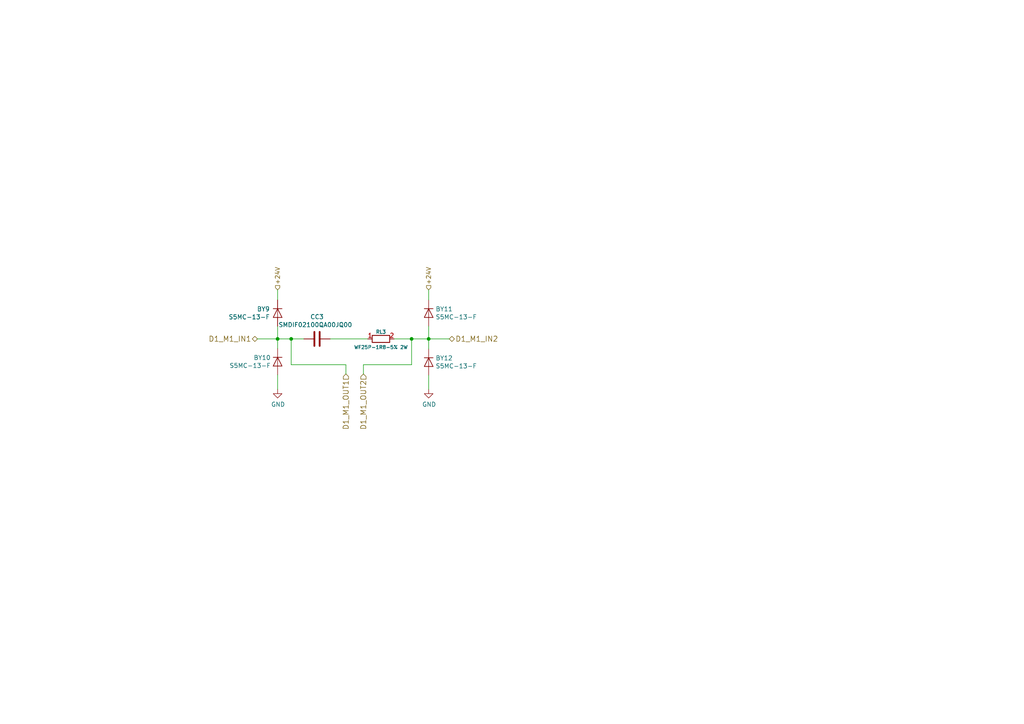
<source format=kicad_sch>
(kicad_sch (version 20201015) (generator eeschema)
  (paper "A4")
  (title_block (title "Ardumower shield SVN Version") (date "2021-01-18") (rev "1.4") (company "ML AG JL BS UZ") (comment 1 "Schaltplan und Layout UweZ"))
  (lib_symbols
    (symbol "ardumower-mega-shield-svn-rescue:C-RESCUE-ardumower_mega_shield_svn" (pin_numbers hide) (pin_names (offset 0.254))
      (property "Reference" "C" (at 0.635 2.54 0))
      (property "Value" "C-RESCUE-ardumower_mega_shield_svn" (at 0.635 -2.54 0))
      (symbol "C-RESCUE-ardumower_mega_shield_svn_0_1"
        (polyline (pts (xy -2.032 -0.762) (xy 2.032 -0.762)) (stroke (width 0.508)))
        (polyline (pts (xy -2.032 0.762) (xy 2.032 0.762)) (stroke (width 0.508)))
      )
      (symbol "C-RESCUE-ardumower_mega_shield_svn_1_1"
        (pin passive line (at 0 3.81 270) (length 2.794) (name "~") (number "1"))
        (pin passive line (at 0 -3.81 90) (length 2.794) (name "~") (number "2"))
      )
    )
    (symbol "ardumower-mega-shield-svn-rescue:D-RESCUE-ardumower_mega_shield_svn" (pin_numbers hide) (pin_names hide)
      (property "Reference" "D" (at 0 2.54 0))
      (property "Value" "D-RESCUE-ardumower_mega_shield_svn" (at 0 -2.54 0))
      (symbol "D-RESCUE-ardumower_mega_shield_svn_0_1"
        (polyline (pts (xy -1.27 1.27) (xy -1.27 -1.27)) (stroke (width 0.2032)))
        (polyline (pts (xy 1.27 0) (xy -1.27 0)))
        (polyline (pts (xy 1.27 1.27) (xy 1.27 -1.27) (xy -1.27 0) (xy 1.27 1.27)) (stroke (width 0.2032)))
      )
      (symbol "D-RESCUE-ardumower_mega_shield_svn_1_1"
        (pin passive line (at -3.81 0 0) (length 2.54) (name "K") (number "1"))
        (pin passive line (at 3.81 0 180) (length 2.54) (name "A") (number "2"))
      )
    )
    (symbol "ardumower-mega-shield-svn-rescue:GND-RESCUE-ardumower_mega_shield_svn" (power) (pin_names (offset 0))
      (property "Value" "GND-RESCUE-ardumower_mega_shield_svn" (at 0 -3.81 0))
      (symbol "GND-RESCUE-ardumower_mega_shield_svn_0_1"
        (polyline (pts (xy 0 0) (xy 0 -1.27) (xy 1.27 -1.27) (xy 0 -2.54) (xy -1.27 -1.27) (xy 0 -1.27)))
      )
      (symbol "GND-RESCUE-ardumower_mega_shield_svn_1_1"
        (pin power_in line (at 0 0 270) (length 0) hide (name "GND") (number "1"))
      )
    )
    (symbol "ardumower-mega-shield-svn-rescue:R-RESCUE-ardumower_mega_shield_svn" (pin_names (offset 0))
      (property "Reference" "R" (at 2.032 0 90))
      (property "Value" "R-RESCUE-ardumower_mega_shield_svn" (at 0 0 90))
      (symbol "R-RESCUE-ardumower_mega_shield_svn_0_1"
        (rectangle (start -1.016 -2.54) (end 1.016 2.54) (stroke (width 0.254)))
      )
      (symbol "R-RESCUE-ardumower_mega_shield_svn_1_1"
        (pin passive line (at 0 3.81 270) (length 1.27) (name "~") (number "1"))
        (pin passive line (at 0 -3.81 90) (length 1.27) (name "~") (number "2"))
      )
    )
  )
  (junction (at 80.518 98.298) (diameter 0.9144))
  (junction (at 84.455 98.298) (diameter 0.9144))
  (junction (at 119.38 98.298) (diameter 0.9144))
  (junction (at 124.333 98.298) (diameter 0.9144))
  (wire (pts (xy 74.676 98.298) (xy 80.518 98.298)))
  (wire (pts (xy 80.518 84.074) (xy 80.518 86.995)))
  (wire (pts (xy 80.518 94.615) (xy 80.518 98.298)))
  (wire (pts (xy 80.518 98.298) (xy 80.518 101.092)))
  (wire (pts (xy 80.518 98.298) (xy 84.455 98.298)))
  (wire (pts (xy 80.518 108.712) (xy 80.518 112.903)))
  (wire (pts (xy 84.455 98.298) (xy 88.138 98.298)))
  (wire (pts (xy 84.455 105.791) (xy 84.455 98.298)))
  (wire (pts (xy 95.758 98.298) (xy 106.68 98.298)))
  (wire (pts (xy 100.33 105.791) (xy 84.455 105.791)))
  (wire (pts (xy 100.33 105.791) (xy 100.33 108.458)))
  (wire (pts (xy 105.41 105.791) (xy 105.41 108.458)))
  (wire (pts (xy 105.41 105.791) (xy 119.38 105.791)))
  (wire (pts (xy 114.3 98.298) (xy 119.38 98.298)))
  (wire (pts (xy 119.38 98.298) (xy 119.38 105.791)))
  (wire (pts (xy 119.38 98.298) (xy 124.333 98.298)))
  (wire (pts (xy 124.333 84.074) (xy 124.333 86.995)))
  (wire (pts (xy 124.333 94.615) (xy 124.333 98.298)))
  (wire (pts (xy 124.333 98.298) (xy 124.333 101.219)))
  (wire (pts (xy 124.333 98.298) (xy 130.302 98.298)))
  (wire (pts (xy 124.333 108.839) (xy 124.333 112.903)))
  (hierarchical_label "D1_M1_IN1" (shape bidirectional) (at 74.676 98.298 180) (effects (font (size 1.524 1.524))))
  (hierarchical_label "+24V" (shape input) (at 80.518 84.074 90))
  (hierarchical_label "D1_M1_OUT1" (shape input) (at 100.33 108.458 270) (effects (font (size 1.524 1.524))))
  (hierarchical_label "D1_M1_OUT2" (shape input) (at 105.41 108.458 270) (effects (font (size 1.524 1.524))))
  (hierarchical_label "+24V" (shape input) (at 124.333 84.074 90))
  (hierarchical_label "D1_M1_IN2" (shape bidirectional) (at 130.302 98.298 0) (effects (font (size 1.524 1.524))))
  (symbol (lib_id "ardumower-mega-shield-svn-rescue:GND-RESCUE-ardumower_mega_shield_svn") (at 80.518 112.903 0) (unit 1)
    (property "Reference" "#PWR028" (effects hide))
    (property "Value" "GND" (at 80.645 117.2972 0))
  )
  (symbol (lib_id "ardumower-mega-shield-svn-rescue:GND-RESCUE-ardumower_mega_shield_svn") (at 124.333 112.903 0) (unit 1)
    (property "Reference" "#PWR027" (effects hide))
    (property "Value" "GND" (at 124.46 117.2972 0))
  )
  (symbol (lib_id "ardumower-mega-shield-svn-rescue:R-RESCUE-ardumower_mega_shield_svn") (at 110.49 98.298 90) (unit 1)
    (property "Reference" "RL3" (at 110.49 96.266 90) (effects (font (size 1.016 1.016))))
    (property "Value" "WF25P-1R8-5% 2W" (at 110.49 100.711 90) (effects (font (size 1.016 1.016))))
    (property "Footprint" "Resistor_SMD:R_2512_6332Metric" (effects hide))
    (property "Datasheet" "https://www.tme.eu/Document/dcea175af74a96da8f0c5f1e32b032d2/ASC_WF25-20-12P_V10.pdf" (effects hide))
    (property "Bestellnummer" "WF25P1R8JTL" (effects hide))
    (property "Technische Daten" "Widerstand SMD; 2512; 1.8Ω; 2W; ±5%; -55÷155°C " (effects hide))
    (property "Bestücken (Assemble)" "JA (YES)" (effects hide))
    (property "Funktion" "Widerstand SMD; 2512; 1.8Ω; 2W; ±5%; -55÷155°C " (effects hide))
    (property "Bestelllink" "https://www.tme.eu/en/details/wf25p-1r8-5%25/2512-smd-resistors/walsin/wf25p1r8jtl/" (effects hide))
    (property "Gehäuseart" "2512" (effects hide))
    (property "JLCPCB Basic / Extern" "1" (effects hide))
    (property "JLCPCB LCSC Part" "C25473" (effects hide))
  )
  (symbol (lib_id "ardumower-mega-shield-svn-rescue:D-RESCUE-ardumower_mega_shield_svn") (at 80.518 90.805 270) (unit 1)
    (property "Reference" "BY9" (at 78.2828 89.6366 90) (effects (justify right)))
    (property "Value" "S5MC-13-F" (at 78.2828 91.948 90) (effects (justify right)))
    (property "Footprint" "Diode_SMD:D_SMC" (effects hide))
    (property "Datasheet" "https://www.mouser.de/datasheet/2/115/ds16007-37966.pdf" (effects hide))
    (property "Gehäuseart" "SMC" (effects hide))
    (property "Bestelllink" "https://www.mouser.de/ProductDetail/Diodes-Incorporated/S5MC-13-F?qs=xKg2%2Fz3XHc%252B1zUvQcK7GkA==" (effects hide))
    (property "Technische Daten" "Gleichrichter 1000V 5A" (effects hide))
    (property "Bestellnummer" "Value" (effects hide))
    (property "JLCPCB LCSC Part" "C123929" (effects hide))
    (property "Funktion" "Gleichrichter 1000V 5A" (effects hide))
    (property "Hersteller Nummer" "S5MC-13-F " (effects hide))
    (property "Mouser Datenblatt" "https://www.mouser.de/datasheet/2/115/ds16007-37966.pdf" (effects hide))
    (property "Mouser Nummer" "621-S5MC-F " (effects hide))
    (property "Bestücken (Assemble)" "JA (YES)" (effects hide))
    (property "JLCPCB Basic / Extern" "1" (effects hide))
  )
  (symbol (lib_id "ardumower-mega-shield-svn-rescue:D-RESCUE-ardumower_mega_shield_svn") (at 80.518 104.902 90) (mirror x) (unit 1)
    (property "Reference" "BY10" (at 78.5368 103.7336 90) (effects (justify left)))
    (property "Value" "S5MC-13-F" (at 78.5368 106.045 90) (effects (justify left)))
    (property "Footprint" "Diode_SMD:D_SMC" (effects hide))
    (property "Datasheet" "https://www.mouser.de/datasheet/2/115/ds16007-37966.pdf" (effects hide))
    (property "Gehäuseart" "SMC" (effects hide))
    (property "Bestelllink" "https://www.mouser.de/ProductDetail/Diodes-Incorporated/S5MC-13-F?qs=xKg2%2Fz3XHc%252B1zUvQcK7GkA==" (effects hide))
    (property "Technische Daten" "Gleichrichter 1000V 5A" (effects hide))
    (property "Bestellnummer" "Value" (effects hide))
    (property "JLCPCB LCSC Part" "C123929" (effects hide))
    (property "Funktion" "Gleichrichter 1000V 5A" (effects hide))
    (property "Hersteller Nummer" "S5MC-13-F " (effects hide))
    (property "Mouser Datenblatt" "https://www.mouser.de/datasheet/2/115/ds16007-37966.pdf" (effects hide))
    (property "Mouser Nummer" "621-S5MC-F " (effects hide))
    (property "Bestücken (Assemble)" "JA (YES)" (effects hide))
    (property "JLCPCB Basic / Extern" "1" (effects hide))
  )
  (symbol (lib_id "ardumower-mega-shield-svn-rescue:D-RESCUE-ardumower_mega_shield_svn") (at 124.333 90.805 270) (unit 1)
    (property "Reference" "BY11" (at 126.3142 89.6366 90) (effects (justify left)))
    (property "Value" "S5MC-13-F" (at 126.3142 91.948 90) (effects (justify left)))
    (property "Footprint" "Diode_SMD:D_SMC" (effects hide))
    (property "Datasheet" "https://www.mouser.de/datasheet/2/115/ds16007-37966.pdf" (effects hide))
    (property "Gehäuseart" "SMC" (effects hide))
    (property "Bestelllink" "https://www.mouser.de/ProductDetail/Diodes-Incorporated/S5MC-13-F?qs=xKg2%2Fz3XHc%252B1zUvQcK7GkA==" (effects hide))
    (property "Technische Daten" "Gleichrichter 1000V 5A" (effects hide))
    (property "Bestellnummer" "Value" (effects hide))
    (property "JLCPCB LCSC Part" "C123929" (effects hide))
    (property "Funktion" "Gleichrichter 1000V 5A" (effects hide))
    (property "Hersteller Nummer" "S5MC-13-F " (effects hide))
    (property "Mouser Datenblatt" "https://www.mouser.de/datasheet/2/115/ds16007-37966.pdf" (effects hide))
    (property "Mouser Nummer" "621-S5MC-F " (effects hide))
    (property "Bestücken (Assemble)" "JA (YES)" (effects hide))
    (property "JLCPCB Basic / Extern" "1" (effects hide))
  )
  (symbol (lib_id "ardumower-mega-shield-svn-rescue:D-RESCUE-ardumower_mega_shield_svn") (at 124.333 105.029 270) (unit 1)
    (property "Reference" "BY12" (at 126.3142 103.8606 90) (effects (justify left)))
    (property "Value" "S5MC-13-F" (at 126.3142 106.172 90) (effects (justify left)))
    (property "Footprint" "Diode_SMD:D_SMC" (effects hide))
    (property "Datasheet" "https://www.mouser.de/datasheet/2/115/ds16007-37966.pdf" (effects hide))
    (property "Gehäuseart" "SMC" (effects hide))
    (property "Bestelllink" "https://www.mouser.de/ProductDetail/Diodes-Incorporated/S5MC-13-F?qs=xKg2%2Fz3XHc%252B1zUvQcK7GkA==" (effects hide))
    (property "Technische Daten" "Gleichrichter 1000V 5A" (effects hide))
    (property "Bestellnummer" "Value" (effects hide))
    (property "JLCPCB LCSC Part" "C123929" (effects hide))
    (property "Funktion" "Gleichrichter 1000V 5A" (effects hide))
    (property "Hersteller Nummer" "S5MC-13-F " (effects hide))
    (property "Mouser Datenblatt" "https://www.mouser.de/datasheet/2/115/ds16007-37966.pdf" (effects hide))
    (property "Mouser Nummer" "621-S5MC-F " (effects hide))
    (property "Bestücken (Assemble)" "JA (YES)" (effects hide))
    (property "JLCPCB Basic / Extern" "1" (effects hide))
  )
  (symbol (lib_id "ardumower-mega-shield-svn-rescue:C-RESCUE-ardumower_mega_shield_svn") (at 91.948 98.298 90) (unit 1)
    (property "Reference" "CC3" (at 91.948 91.8972 90))
    (property "Value" "SMDIF02100QA00JQ00 " (at 91.948 94.2086 90))
    (property "Footprint" "Capacitor_SMD:C_1206_3216Metric" (effects hide))
    (property "Datasheet" "https://www.mouser.de/datasheet/2/440/e_WIMA_SMD_PPS-1139945.pdf" (effects hide))
    (property "Gehäuseart" "1206" (effects hide))
    (property "Bestelllink" "https://www.mouser.de/ProductDetail/WIMA/SMDIF02100QA00JQ00?qs=KSac9zHBIo3rfA7nKOuWBw%3D%3D" (effects hide))
    (property "Technische Daten" "Film Capacitors 250V .01uF 5% TOL MAX REFLOW 250/C " (effects hide))
    (property "Mouser Datenblatt" "https://www.mouser.de/datasheet/2/440/e_WIMA_SMD_PPS-1139945.pdf" (effects hide))
    (property "JLCPCB Basic / Extern" "1" (effects hide))
    (property "JLCPCB LCSC Part" "C1944" (effects hide))
    (property "Bestellnummer" "Value" (effects hide))
    (property "Bestücken (Assemble)" "JA (YES)" (effects hide))
  )
)
</source>
